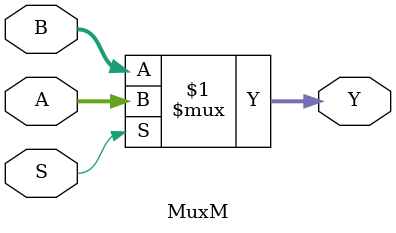
<source format=v>
`timescale 1ns / 1ps
module MuxM(A, B, S, Y
    );
parameter M = 4;
input [M:0] A, B;
input S;
output [M:0] Y;
assign Y = (S) ? A: B;
endmodule

</source>
